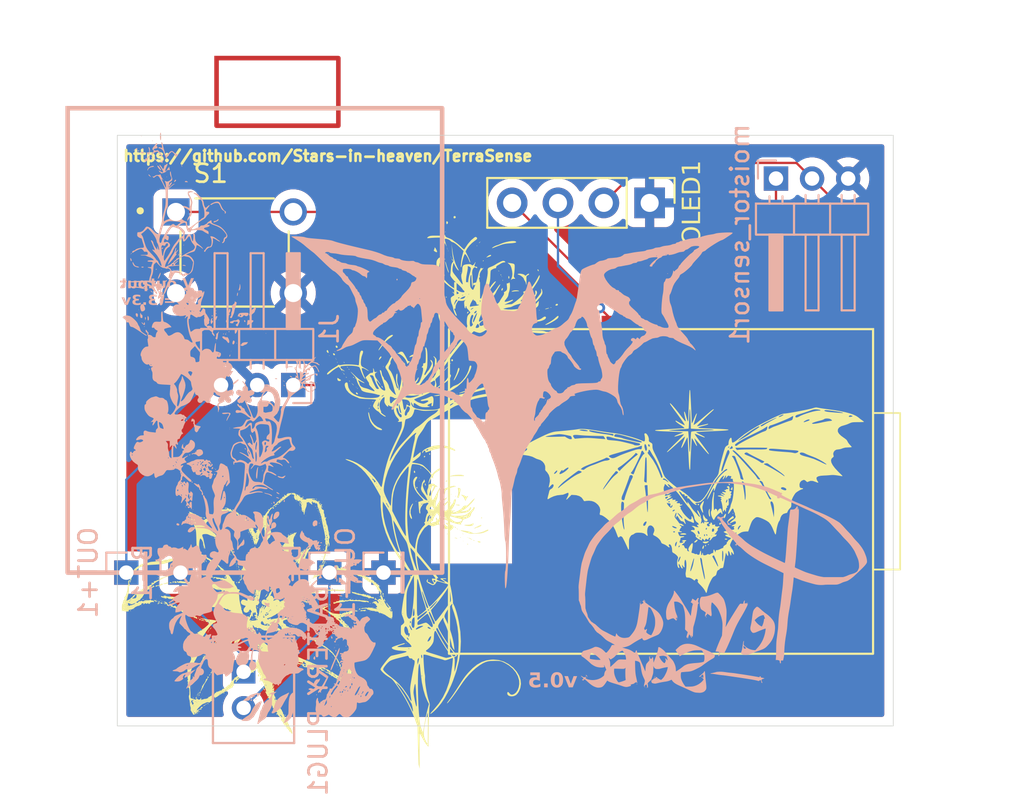
<source format=kicad_pcb>
(kicad_pcb (version 20241229) (generator "pcbnew") (generator_version "9.0")
  (layers (0 "F.Cu" signal "Front") (2 "B.Cu" signal "Back") (13 "F.Paste" user) (15 "B.Paste" user) (5 "F.SilkS" user "F.Silkscreen") (7 "B.SilkS" user "B.Silkscreen") (1 "F.Mask" user) (3 "B.Mask" user) (25 "Edge.Cuts" user))
  (net 0 "")
  (net 1 "Net-(J1-VI)")
  (net 2 "GND")
  (net 3 "VCC")
  (net 4 "Net-(U1-IO0)")
  (net 5 "Net-(OLED1-SDA)")
  (net 6 "Net-(OLED1-SCL)")
  (net 8 "Net-(U1-IO3)")
  (net 19 "Net-(B+1-Pin_1)")
  (net 20 "Net-(B-1-Pin_1)")
  (footprint "Connector_PinHeader_2.54mm:PinHeader_1x04_P2.54mm_Vertical" (layer "F.Cu") (at 165.75 42.25 -90)
    (property "Reference" "OLED1" (at 0 -2.38 90) (layer "F.SilkS"))
    (property "Value" "THT")
    (pad "1" thru_hole rect (at 0 0 270) (size 1.7 1.7) (drill 1) (layers "*.Cu" "*.Mask") (net 2 "GND"))
    (pad "2" thru_hole circle (at 0 2.54 270) (size 1.7 1.7) (drill 1) (layers "*.Cu" "*.Mask") (net 3 "VCC"))
    (pad "3" thru_hole circle (at 0 5.08 270) (size 1.7 1.7) (drill 1) (layers "*.Cu" "*.Mask") (net 6 "Net-(OLED1-SCL)"))
    (pad "4" thru_hole circle (at 0 7.62 270) (size 1.7 1.7) (drill 1) (layers "*.Cu" "*.Mask") (net 5 "Net-(OLED1-SDA)"))
  )
  (footprint "LOGO" (layer "F.Cu") (at 155.679297 58.588782)
    (property "Reference" "G***" (hide yes))
    (property "Value" "LOGO" (hide yes))
  )
  (footprint "LOGO" (layer "F.Cu") (at 168 58.5)
    (property "Reference" "G***" (hide yes))
    (property "Value" "LOGO" (hide yes))
  )
  (footprint "LOGO" (layer "F.Cu") (at 144 65)
    (property "Reference" "G***" (at 0 0 0) (layer "F.SilkS") (effects (font (size 1.5 1.5) (thickness 0.3))))
    (property "Value" "LOGO" (hide yes))
  )
  (footprint "regular_switch:regular_switch" (layer "F.Cu") (at 142.75 45)
    (property "Reference" "S1" (at -1.325 -4.379 0) (layer "F.SilkS"))
    (property "Value" "1825967-1")
    (pad "1" thru_hole rect (at -3.25 -2.25) (size 1.508 1.508) (drill 1) (layers "*.Cu" "*.Mask") (net 8 "Net-(U1-IO3)"))
    (pad "2" thru_hole circle (at 3.25 -2.25) (size 1.508 1.508) (drill 1) (layers "*.Cu" "*.Mask") (net 8 "Net-(U1-IO3)"))
    (pad "3" thru_hole circle (at -3.25 2.25) (size 1.508 1.508) (drill 1) (layers "*.Cu" "*.Mask") (net 2 "GND"))
    (pad "4" thru_hole circle (at 3.25 2.25) (size 1.508 1.508) (drill 1) (layers "*.Cu" "*.Mask") (net 2 "GND"))
  )
  (footprint "WAVESHARE_esp32-c6-MINI:Waveshare-ESP32-C6-Zero" (layer "F.Cu") (at 166.63 57.75 -90)
    (property "Reference" "U1" (at -10.5 10.88 0) (layer "F.SilkS") (effects (font (thickness 0.1))))
    (property "Value" "~")
    (pad "1" smd rect (at -7.74 -9.91 270) (size 3 1.5) (layers "F.Cu" "F.Mask" "F.Paste") (net 3 "VCC"))
    (pad "2" smd rect (at -7.74 -7.37 270) (size 3 1.5) (layers "F.Cu" "F.Mask" "F.Paste") (net 2 "GND"))
    (pad "3" smd rect (at -7.74 -4.83 270) (size 3 1.5) (layers "F.Cu" "F.Mask" "F.Paste") (net 3 "VCC"))
    (pad "4" smd rect (at -7.74 -2.29 270) (size 3 1.5) (layers "F.Cu" "F.Mask" "F.Paste") (net 4 "Net-(U1-IO0)"))
    (pad "5" smd rect (at -7.74 0.25 270) (size 3 1.5) (layers "F.Cu" "F.Mask" "F.Paste") (net 5 "Net-(OLED1-SDA)"))
    (pad "6" smd rect (at -7.74 2.79 270) (size 3 1.5) (layers "F.Cu" "F.Mask" "F.Paste") (net 6 "Net-(OLED1-SCL)"))
    (pad "7" smd rect (at -7.74 5.33 270) (size 3 1.5) (layers "F.Cu" "F.Mask" "F.Paste") (net 8 "Net-(U1-IO3)"))
    (pad "8" smd rect (at -7.74 7.87 270) (size 3 1.5) (layers "F.Cu" "F.Mask" "F.Paste"))
    (pad "9" smd rect (at -7.74 10.41 270) (size 3 1.5) (layers "F.Cu" "F.Mask" "F.Paste"))
    (pad "10" smd rect (at 8.75 10.41 270) (size 3 1.5) (layers "F.Cu" "F.Mask" "F.Paste"))
    (pad "11" smd rect (at 8.75 7.87 270) (size 3 1.5) (layers "F.Cu" "F.Mask" "F.Paste"))
    (pad "12" smd rect (at 8.75 5.33 270) (size 3 1.5) (layers "F.Cu" "F.Mask" "F.Paste"))
    (pad "13" smd rect (at 8.75 2.79 270) (size 3 1.5) (layers "F.Cu" "F.Mask" "F.Paste"))
    (pad "14" smd rect (at 8.75 0.25 270) (size 3 1.5) (layers "F.Cu" "F.Mask" "F.Paste"))
    (pad "15" smd rect (at 8.75 -2.29 270) (size 3 1.5) (layers "F.Cu" "F.Mask" "F.Paste"))
    (pad "16" smd rect (at 8.75 -4.83 270) (size 3 1.5) (layers "F.Cu" "F.Mask" "F.Paste"))
    (pad "17" smd rect (at 8.75 -7.37 270) (size 3 1.5) (layers "F.Cu" "F.Mask" "F.Paste"))
    (pad "18" smd rect (at 8.75 -9.91 270) (size 3 1.5) (layers "F.Cu" "F.Mask" "F.Paste"))
    (zone (net 0) (net_name "") (layers "F.Cu" "B.Cu") (connect_pads (clearance 0)) (min_thickness 0.25)
      (keepout (tracks not_allowed) (vias not_allowed) (pads not_allowed) (copperpour not_allowed) (footprints not_allowed))
      (fill (thermal_gap 0.5) (thermal_bridge_width 0.5))
      (polygon (pts (xy 158.13 54.25) (xy 158.13 62.25) (xy 153.63 62.25) (xy 153.63 54.25)))
    )
  )
  (footprint "LOGO" (layer "B.Cu") (at 142.949505 53.371929 180)
    (property "Reference" "G***" (at 0 0 0) (layer "B.SilkS") (effects (font (size 1.5 1.5) (thickness 0.3)) (justify mirror)))
    (property "Value" "LOGO" (hide yes))
  )
  (footprint "Connector_PinHeader_2.00mm:PinHeader_1x01_P2.00mm_Vertical" (layer "B.Cu") (at 151 62.75 -90)
    (property "Reference" "OUT-1" (at 0 2.11 90) (layer "B.SilkS") (effects (justify mirror)))
    (property "Value" "Conn_01x01")
    (pad "1" thru_hole rect (at 0 0 270) (size 1.35 1.35) (drill 0.8) (layers "*.Cu" "*.Mask") (net 2 "GND"))
  )
  (footprint "LOGO" (layer "B.Cu") (at 158 53 180)
    (property "Reference" "G***" (hide yes))
    (property "Value" "LOGO" (hide yes))
  )
  (footprint "Connector_PinHeader_2.00mm:PinHeader_1x03_P2.00mm_Horizontal" (layer "B.Cu") (at 172.75 40.9 -90)
    (property "Reference" "moistor_sensor1" (at 3.1 2 90) (layer "B.SilkS") (effects (justify mirror)))
    (property "Value" "male header")
    (pad "1" thru_hole rect (at 0 0 270) (size 1.35 1.35) (drill 0.8) (layers "*.Cu" "*.Mask") (net 4 "Net-(U1-IO0)"))
    (pad "2" thru_hole circle (at 0 -2 270) (size 1.35 1.35) (drill 0.8) (layers "*.Cu" "*.Mask") (net 3 "VCC"))
    (pad "3" thru_hole circle (at 0 -4 270) (size 1.35 1.35) (drill 0.8) (layers "*.Cu" "*.Mask") (net 2 "GND"))
  )
  (footprint "Connector_PinHeader_2.00mm:PinHeader_1x01_P2.00mm_Vertical" (layer "B.Cu") (at 136.75 62.75 -90)
    (property "Reference" "OUT+1" (at 0 2.11 90) (layer "B.SilkS") (effects (justify mirror)))
    (property "Value" "Conn_01x01")
    (pad "1" thru_hole rect (at 0 0 270) (size 1.35 1.35) (drill 0.8) (layers "*.Cu" "*.Mask") (net 1 "Net-(J1-VI)"))
  )
  (footprint "Connector_PinHeader_2.00mm:PinHeader_1x03_P2.00mm_Horizontal" (layer "B.Cu") (at 146 52.35 90)
    (property "Reference" "J1" (at 3.1 2 270) (layer "B.SilkS") (effects (justify mirror)))
    (property "Value" "Regulator")
    (pad "1" thru_hole rect (at 0 0 90) (size 1.35 1.35) (drill 0.8) (layers "*.Cu" "*.Mask") (net 3 "VCC"))
    (pad "2" thru_hole circle (at 0 -2 90) (size 1.35 1.35) (drill 0.8) (layers "*.Cu" "*.Mask") (net 2 "GND"))
    (pad "3" thru_hole circle (at 0 -4 90) (size 1.35 1.35) (drill 0.8) (layers "*.Cu" "*.Mask") (net 1 "Net-(J1-VI)"))
  )
  (footprint "LOGO" (layer "B.Cu") (at 168.8925 63.884582 180)
    (property "Reference" "G***" (hide yes))
    (property "Value" "LOGO" (hide yes))
  )
  (footprint "2MM PH header:JST_B2B-PH-K-S_LF__SN_" (layer "B.Cu") (at 143.8 69.25 90)
    (property "Reference" "BATTERY_PLUG1" (at -0.025 3.585 90) (layer "B.SilkS") (effects (justify mirror)))
    (property "Value" "B2B-PH-K-S_LF__SN_")
    (pad "1" thru_hole rect (at 1 -0.55 90) (size 1.308 1.308) (drill 0.8) (layers "*.Cu" "*.Mask") (net 19 "Net-(B+1-Pin_1)"))
    (pad "2" thru_hole circle (at -1 -0.55 90) (size 1.308 1.308) (drill 0.8) (layers "*.Cu" "*.Mask") (net 20 "Net-(B-1-Pin_1)"))
  )
  (footprint "Connector_PinHeader_2.00mm:PinHeader_1x01_P2.00mm_Vertical" (layer "B.Cu") (at 139.75 62.75 -90)
    (property "Reference" "B+1" (at 0 2.11 90) (layer "B.SilkS") (effects (justify mirror)))
    (property "Value" "Conn_01x01")
    (pad "1" thru_hole rect (at 0 0 270) (size 1.35 1.35) (drill 0.8) (layers "*.Cu" "*.Mask") (net 19 "Net-(B+1-Pin_1)"))
  )
  (footprint "Connector_PinHeader_2.00mm:PinHeader_1x01_P2.00mm_Vertical" (layer "B.Cu") (at 148 62.75 -90)
    (property "Reference" "B-1" (at 0 2.11 90) (layer "B.SilkS") (effects (justify mirror)))
    (property "Value" "Conn_01x01")
    (pad "1" thru_hole rect (at 0 0 270) (size 1.35 1.35) (drill 0.8) (layers "*.Cu" "*.Mask") (net 20 "Net-(B-1-Pin_1)"))
  )
  (gr_rect (start 141.75 34.22125) (end 148.5 37.97125) (stroke (width 0.254)) (fill no) (layer "F.Cu") (net 3))
  (gr_line (start 140.9 62.725) (end 147.1 62.775) (stroke (width 0.05)) (layer "B.SilkS"))
  (gr_rect (start 133.5 37) (end 154.25 62.75) (stroke (width 0.254)) (fill no) (layer "B.SilkS"))
  (gr_rect (start 136.25 38.5) (end 179.25 71.25) (stroke (width 0.0381)) (fill no) (layer "Edge.Cuts"))
  (gr_text "https://github.com/Stars-in-heaven/TerraSense" (at 136.5 40 0) (layer "F.SilkS") (effects (font (size 0.6 0.6) (thickness 0.15) (bold yes)) (justify left bottom)))
  (gr_text "v0.5" (at 161.75 69.25 0) (layer "B.SilkS") (effects (font (size 0.8128 0.8128) (thickness 0.1524) (bold yes)) (justify left bottom mirror)))
  (gr_text "V output\n == 3.3v" (at 140.5 48 0) (layer "B.SilkS") (effects (font (size 0.55 0.6) (thickness 0.1375) (bold yes)) (justify left bottom mirror)))
  (segment (start 136.75 62.75) (end 136.75 57.6) (width 0.127) (layer "B.Cu") (net 1))
  (segment (start 136.75 57.6) (end 142 52.35) (width 0.127) (layer "B.Cu") (net 1))
  (segment (start 176.54 50.01) (end 176.54 42.69) (width 0.127) (layer "F.Cu") (net 3))
  (segment (start 170.8384 52.35) (end 171.46 52.35) (width 0.127) (layer "F.Cu") (net 3))
  (segment (start 176.54 42.69) (end 174.75 40.9) (width 0.127) (layer "F.Cu") (net 3))
  (segment (start 174.75 40.9) (end 173.8828 40.0328) (width 0.127) (layer "F.Cu") (net 3))
  (segment (start 171.46 51.7022) (end 176.54 51.7022) (width 0.127) (layer "F.Cu") (net 3))
  (segment (start 176.54 50.7917) (end 176.54 50.01) (width 0.127) (layer "F.Cu") (net 3))
  (segment (start 171.46 50.01) (end 171.46 51.7022) (width 0.127) (layer "F.Cu") (net 3))
  (segment (start 165.4272 40.0328) (end 163.21 42.25) (width 0.127) (layer "F.Cu") (net 3))
  (segment (start 146 52.35) (end 170.8122 52.35) (width 0.127) (layer "F.Cu") (net 3))
  (segment (start 171.46 52.35) (end 171.46 51.7022) (width 0.127) (layer "F.Cu") (net 3))
  (segment (start 170.8122 52.35) (end 170.8384 52.35) (width 0.127) (layer "F.Cu") (net 3))
  (segment (start 176.54 50.7917) (end 176.54 51.7022) (width 0.127) (layer "F.Cu") (net 3))
  (segment (start 173.8828 40.0328) (end 165.4272 40.0328) (width 0.127) (layer "F.Cu") (net 3))
  (segment (start 172.75 44.4878) (end 168.92 48.3178) (width 0.127) (layer "F.Cu") (net 4))
  (segment (start 172.75 40.9) (end 172.75 44.4878) (width 0.127) (layer "F.Cu") (net 4))
  (segment (start 168.92 50.01) (end 168.92 48.3178) (width 0.127) (layer "F.Cu") (net 4))
  (segment (start 166.38 48.3178) (end 164.1978 48.3178) (width 0.127) (layer "F.Cu") (net 5))
  (segment (start 166.38 50.01) (end 166.38 48.3178) (width 0.127) (layer "F.Cu") (net 5))
  (segment (start 164.1978 48.3178) (end 158.13 42.25) (width 0.127) (layer "F.Cu") (net 5))
  (segment (start 163.84 48.9254) (end 162.9824 48.0678) (width 0.127) (layer "F.Cu") (net 6))
  (segment (start 163.84 50.01) (end 163.84 48.9254) (width 0.127) (layer "F.Cu") (net 6))
  (via (at 162.9824 48.0678) (size 0.6) (drill 0.3) (layers "F.Cu" "B.Cu") (net 6))
  (segment (start 162.9824 48.0678) (end 160.67 45.7554) (width 0.127) (layer "B.Cu") (net 6))
  (segment (start 160.67 45.7554) (end 160.67 42.25) (width 0.127) (layer "B.Cu") (net 6))
  (segment (start 161.3 50.01) (end 161.3 49.917) (width 0.127) (layer "F.Cu") (net 8))
  (segment (start 161.3 49.917) (end 153.883 42.5) (width 0.127) (layer "F.Cu") (net 8))
  (segment (start 153.883 42.5) (end 153.633 42.75) (width 0.127) (layer "F.Cu") (net 8))
  (segment (start 153.633 42.75) (end 139.5 42.75) (width 0.127) (layer "F.Cu") (net 8))
  (segment (start 143.25 67.4038) (end 139.75 63.9038) (width 0.127) (layer "B.Cu") (net 19))
  (segment (start 143.25 68.25) (end 143.25 67.4038) (width 0.127) (layer "B.Cu") (net 19))
  (segment (start 139.75 63.9038) (end 139.75 62.75) (width 0.127) (layer "B.Cu") (net 19))
  (segment (start 143.25 70.25) (end 148 65.5) (width 0.127) (layer "B.Cu") (net 20))
  (segment (start 148 65.5) (end 148 62.75) (width 0.127) (layer "B.Cu") (net 20))
  (zone (net 2) (net_name "GND") (layers "F.Cu" "B.Cu") (connect_pads (clearance 0.5)) (min_thickness 0.25) (fill yes (thermal_gap 0.5) (thermal_bridge_width 0.5))
    (polygon (pts (xy 130.25 31.25) (xy 129.75 75.5) (xy 186.5 75) (xy 186 31.25) (xy 130.25 31)))
  )
)
</source>
